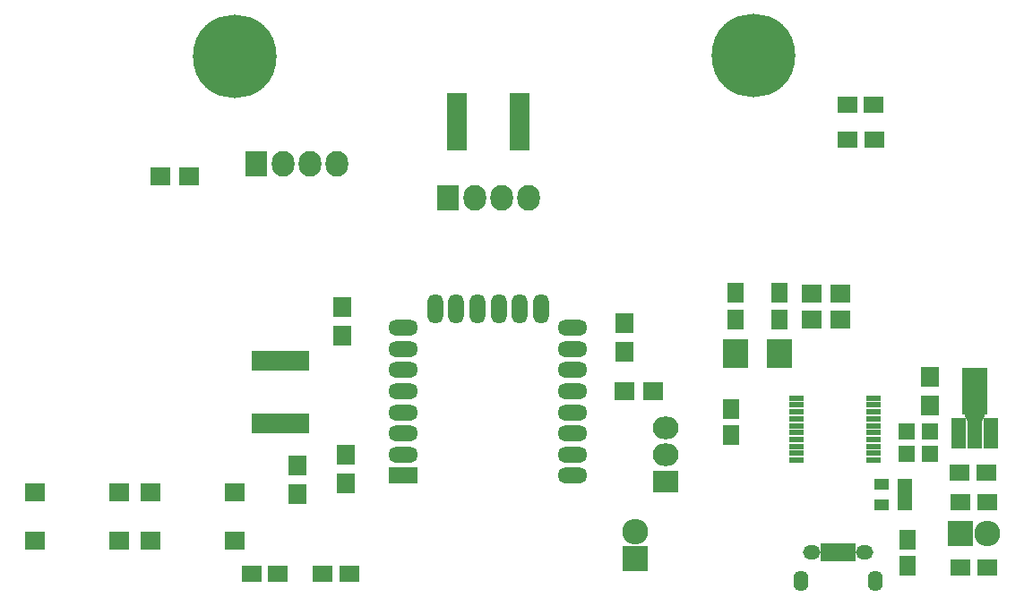
<source format=gbs>
G04 #@! TF.FileFunction,Soldermask,Bot*
%FSLAX46Y46*%
G04 Gerber Fmt 4.6, Leading zero omitted, Abs format (unit mm)*
G04 Created by KiCad (PCBNEW 4.0.2+e4-6225~38~ubuntu15.10.1-stable) date Thu 13 Oct 2016 11:17:32 SAST*
%MOMM*%
G01*
G04 APERTURE LIST*
%ADD10C,0.100000*%
%ADD11R,1.598880X1.598880*%
%ADD12C,7.900000*%
%ADD13R,1.900000X1.650000*%
%ADD14R,2.127200X2.432000*%
%ADD15O,2.127200X2.432000*%
%ADD16R,0.800000X1.750000*%
%ADD17O,1.650000X1.350000*%
%ADD18O,1.400000X1.950000*%
%ADD19R,2.432000X2.432000*%
%ADD20O,2.432000X2.432000*%
%ADD21R,1.700000X1.900000*%
%ADD22R,1.900000X1.700000*%
%ADD23O,1.500000X2.800000*%
%ADD24R,2.800000X1.500000*%
%ADD25O,2.800000X1.500000*%
%ADD26R,2.432000X2.127200*%
%ADD27O,2.432000X2.127200*%
%ADD28R,1.400760X2.901900*%
%ADD29R,2.398980X4.400500*%
%ADD30R,0.850000X1.900000*%
%ADD31R,1.900000X0.850000*%
%ADD32R,1.950000X1.700000*%
%ADD33R,1.650000X1.900000*%
%ADD34R,1.371600X0.482600*%
%ADD35R,2.400000X2.800000*%
%ADD36R,1.460000X1.050000*%
G04 APERTURE END LIST*
D10*
D11*
X139050000Y-118549020D03*
X139050000Y-116450980D03*
D12*
X122402600Y-80899000D03*
D13*
X131287200Y-88798400D03*
X133787200Y-88798400D03*
X141950000Y-123100000D03*
X144450000Y-123100000D03*
X131236400Y-85496400D03*
X133736400Y-85496400D03*
D14*
X75387200Y-91084400D03*
D15*
X77927200Y-91084400D03*
X80467200Y-91084400D03*
X83007200Y-91084400D03*
D16*
X131650900Y-127887460D03*
X131000900Y-127887460D03*
X130350900Y-127887460D03*
X129700900Y-127887460D03*
X129050900Y-127887460D03*
D17*
X132850900Y-127887460D03*
X127850900Y-127887460D03*
D18*
X133850900Y-130587460D03*
X126850900Y-130587460D03*
D14*
X93472000Y-94361000D03*
D15*
X96012000Y-94361000D03*
X98552000Y-94361000D03*
X101092000Y-94361000D03*
D19*
X141900000Y-126100000D03*
D20*
X144440000Y-126100000D03*
D19*
X111201200Y-128422400D03*
D20*
X111201200Y-125882400D03*
D21*
X79248000Y-119655600D03*
X79248000Y-122355600D03*
D22*
X69041000Y-92329000D03*
X66341000Y-92329000D03*
D21*
X110185200Y-108842800D03*
X110185200Y-106142800D03*
D22*
X112856000Y-112572800D03*
X110156000Y-112572800D03*
D21*
X83515200Y-107369600D03*
X83515200Y-104669600D03*
X83870800Y-121288800D03*
X83870800Y-118588800D03*
D23*
X92296400Y-104849200D03*
X94296400Y-104849200D03*
X96296400Y-104849200D03*
X98296400Y-104849200D03*
X100296400Y-104849200D03*
X102296400Y-104849200D03*
D24*
X89306400Y-120599200D03*
D25*
X89306400Y-118599200D03*
X89306400Y-116599200D03*
X89306400Y-114599200D03*
X89306400Y-112599200D03*
X89306400Y-110599200D03*
X89306400Y-108599200D03*
X89306400Y-106599200D03*
X105306400Y-106599200D03*
X105306400Y-108599200D03*
X105306400Y-110599200D03*
X105306400Y-112599200D03*
X105306400Y-114599200D03*
X105306400Y-116599200D03*
X105306400Y-118599200D03*
X105306400Y-120599200D03*
D26*
X114096800Y-121158000D03*
D27*
X114096800Y-118618000D03*
X114096800Y-116078000D03*
D28*
X144801140Y-116552040D03*
X143300000Y-116552040D03*
X141798860Y-116552040D03*
D29*
X143300000Y-112599800D03*
D10*
G36*
X142599620Y-115523950D02*
X142099240Y-114374650D01*
X144500760Y-114374650D01*
X144000380Y-115523950D01*
X142599620Y-115523950D01*
X142599620Y-115523950D01*
G37*
D30*
X75398200Y-109724400D03*
X76048200Y-109724400D03*
X76698200Y-109724400D03*
X77348200Y-109724400D03*
X77998200Y-109724400D03*
X78648200Y-109724400D03*
X79298200Y-109724400D03*
X79948200Y-109724400D03*
X79948200Y-115624400D03*
X79298200Y-115624400D03*
X78648200Y-115624400D03*
X77998200Y-115624400D03*
X77348200Y-115624400D03*
X76698200Y-115624400D03*
X76048200Y-115624400D03*
X75398200Y-115624400D03*
D31*
X94382800Y-89397000D03*
X94382800Y-88747000D03*
X94382800Y-88097000D03*
X94382800Y-87447000D03*
X94382800Y-86797000D03*
X94382800Y-86147000D03*
X94382800Y-85497000D03*
X94382800Y-84847000D03*
X100282800Y-84847000D03*
X100282800Y-85497000D03*
X100282800Y-86147000D03*
X100282800Y-86797000D03*
X100282800Y-87447000D03*
X100282800Y-88097000D03*
X100282800Y-88747000D03*
X100282800Y-89397000D03*
D32*
X65367000Y-126710000D03*
X73317000Y-126710000D03*
X65367000Y-122210000D03*
X73317000Y-122210000D03*
X62395000Y-122210000D03*
X54445000Y-122210000D03*
X62395000Y-126710000D03*
X54445000Y-126710000D03*
D33*
X120700800Y-103321800D03*
X120700800Y-105821800D03*
X120218200Y-116794600D03*
X120218200Y-114294600D03*
X136900000Y-126650000D03*
X136900000Y-129150000D03*
D34*
X126466600Y-119126000D03*
X126466600Y-118491000D03*
X126466600Y-117830600D03*
X126466600Y-117170200D03*
X126466600Y-116535200D03*
X126466600Y-115874800D03*
X126466600Y-115214400D03*
X126466600Y-114579400D03*
X126466600Y-113919000D03*
X126466600Y-113284000D03*
X133705600Y-113284000D03*
X133705600Y-113919000D03*
X133705600Y-114579400D03*
X133705600Y-115214400D03*
X133705600Y-115874800D03*
X133705600Y-116535200D03*
X133705600Y-117170200D03*
X133705600Y-117830600D03*
X133705600Y-118491000D03*
X133705600Y-119126000D03*
D35*
X120708200Y-109067600D03*
X124808200Y-109067600D03*
D33*
X124790200Y-103321800D03*
X124790200Y-105821800D03*
D12*
X73317100Y-80937100D03*
D13*
X144450000Y-129300000D03*
X141950000Y-129300000D03*
X144350000Y-120300000D03*
X141850000Y-120300000D03*
D21*
X139050000Y-113950000D03*
X139050000Y-111250000D03*
D22*
X130600000Y-105850000D03*
X127900000Y-105850000D03*
D36*
X136700000Y-121450000D03*
X136700000Y-122400000D03*
X136700000Y-123350000D03*
X134500000Y-123350000D03*
X134500000Y-121450000D03*
D13*
X84150000Y-129900000D03*
X81650000Y-129900000D03*
X74950000Y-129900000D03*
X77450000Y-129900000D03*
D11*
X136850000Y-116450980D03*
X136850000Y-118549020D03*
D22*
X130600000Y-103350000D03*
X127900000Y-103350000D03*
M02*

</source>
